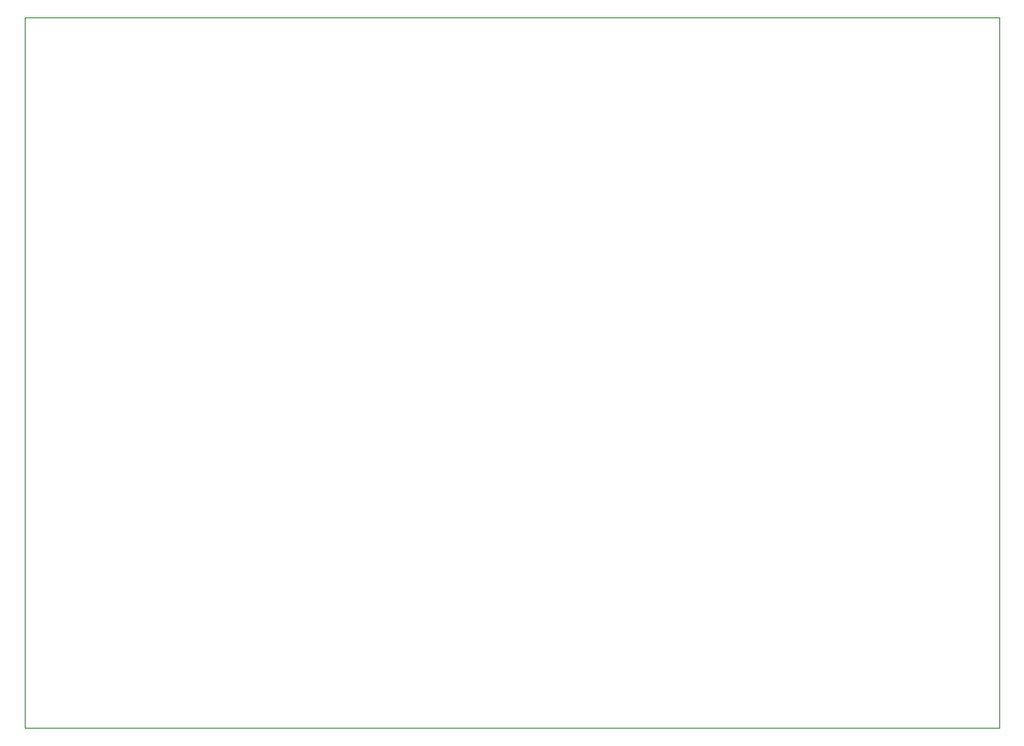
<source format=gbr>
G04 #@! TF.GenerationSoftware,KiCad,Pcbnew,(5.1.12-1-10_14)*
G04 #@! TF.CreationDate,2022-10-09T23:27:55+02:00*
G04 #@! TF.ProjectId,Boat Channel Board,426f6174-2043-4686-916e-6e656c20426f,rev?*
G04 #@! TF.SameCoordinates,Original*
G04 #@! TF.FileFunction,Profile,NP*
%FSLAX46Y46*%
G04 Gerber Fmt 4.6, Leading zero omitted, Abs format (unit mm)*
G04 Created by KiCad (PCBNEW (5.1.12-1-10_14)) date 2022-10-09 23:27:55*
%MOMM*%
%LPD*%
G01*
G04 APERTURE LIST*
G04 #@! TA.AperFunction,Profile*
%ADD10C,0.050000*%
G04 #@! TD*
G04 APERTURE END LIST*
D10*
X58800000Y-112800000D02*
X149000000Y-112800000D01*
X58800000Y-110400000D02*
X58800000Y-112800000D01*
X58800000Y-47000000D02*
X58800000Y-110400000D01*
X149000000Y-47000000D02*
X149000000Y-112800000D01*
X129000000Y-47000000D02*
X149000000Y-47000000D01*
X58800000Y-47000000D02*
X129000000Y-47000000D01*
M02*

</source>
